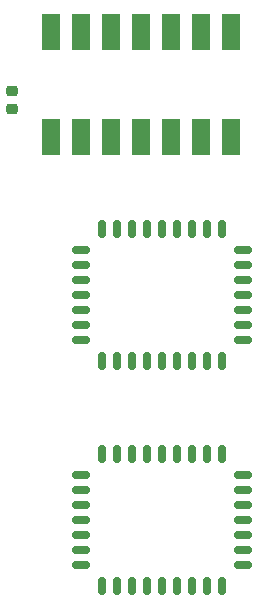
<source format=gtp>
%TF.GenerationSoftware,KiCad,Pcbnew,(6.0.6)*%
%TF.CreationDate,2022-07-04T12:30:35-04:00*%
%TF.ProjectId,HP9825_ROM_Replacement,48503938-3235-45f5-924f-4d5f5265706c,rev?*%
%TF.SameCoordinates,Original*%
%TF.FileFunction,Paste,Top*%
%TF.FilePolarity,Positive*%
%FSLAX46Y46*%
G04 Gerber Fmt 4.6, Leading zero omitted, Abs format (unit mm)*
G04 Created by KiCad (PCBNEW (6.0.6)) date 2022-07-04 12:30:35*
%MOMM*%
%LPD*%
G01*
G04 APERTURE LIST*
G04 Aperture macros list*
%AMRoundRect*
0 Rectangle with rounded corners*
0 $1 Rounding radius*
0 $2 $3 $4 $5 $6 $7 $8 $9 X,Y pos of 4 corners*
0 Add a 4 corners polygon primitive as box body*
4,1,4,$2,$3,$4,$5,$6,$7,$8,$9,$2,$3,0*
0 Add four circle primitives for the rounded corners*
1,1,$1+$1,$2,$3*
1,1,$1+$1,$4,$5*
1,1,$1+$1,$6,$7*
1,1,$1+$1,$8,$9*
0 Add four rect primitives between the rounded corners*
20,1,$1+$1,$2,$3,$4,$5,0*
20,1,$1+$1,$4,$5,$6,$7,0*
20,1,$1+$1,$6,$7,$8,$9,0*
20,1,$1+$1,$8,$9,$2,$3,0*%
G04 Aperture macros list end*
%ADD10RoundRect,0.225000X-0.250000X0.225000X-0.250000X-0.225000X0.250000X-0.225000X0.250000X0.225000X0*%
%ADD11R,1.600000X3.100000*%
%ADD12RoundRect,0.150000X0.587500X-0.150000X0.587500X0.150000X-0.587500X0.150000X-0.587500X-0.150000X0*%
%ADD13RoundRect,0.150000X0.150000X-0.587500X0.150000X0.587500X-0.150000X0.587500X-0.150000X-0.587500X0*%
G04 APERTURE END LIST*
D10*
%TO.C,C1*%
X171450000Y-80251000D03*
X171450000Y-81801000D03*
%TD*%
D11*
%TO.C,U3*%
X174752000Y-84201000D03*
X177292000Y-84201000D03*
X179832000Y-84201000D03*
X182372000Y-84201000D03*
X184912000Y-84201000D03*
X187452000Y-84201000D03*
X189992000Y-84201000D03*
X189992000Y-75311000D03*
X187452000Y-75311000D03*
X184912000Y-75311000D03*
X182372000Y-75311000D03*
X179832000Y-75311000D03*
X177292000Y-75311000D03*
X174752000Y-75311000D03*
%TD*%
D12*
%TO.C,U1*%
X177312500Y-97536000D03*
X177312500Y-98806000D03*
X177312500Y-100076000D03*
X177312500Y-101346000D03*
D13*
X179070000Y-103098500D03*
X180340000Y-103098500D03*
X181610000Y-103098500D03*
X182880000Y-103098500D03*
X184150000Y-103098500D03*
X185420000Y-103098500D03*
X186690000Y-103098500D03*
X187960000Y-103098500D03*
X189230000Y-103098500D03*
D12*
X190987500Y-101346000D03*
X190987500Y-100076000D03*
X190987500Y-98806000D03*
X190987500Y-97536000D03*
X190987500Y-96266000D03*
X190987500Y-94996000D03*
X190987500Y-93726000D03*
D13*
X189230000Y-91973500D03*
X187960000Y-91973500D03*
X186690000Y-91973500D03*
X185420000Y-91973500D03*
X184150000Y-91973500D03*
X182880000Y-91973500D03*
X181610000Y-91973500D03*
X180340000Y-91973500D03*
X179070000Y-91973500D03*
D12*
X177312500Y-93726000D03*
X177312500Y-94996000D03*
X177312500Y-96266000D03*
%TD*%
%TO.C,U2*%
X177312500Y-116606000D03*
X177312500Y-117876000D03*
X177312500Y-119146000D03*
X177312500Y-120416000D03*
D13*
X179070000Y-122168500D03*
X180340000Y-122168500D03*
X181610000Y-122168500D03*
X182880000Y-122168500D03*
X184150000Y-122168500D03*
X185420000Y-122168500D03*
X186690000Y-122168500D03*
X187960000Y-122168500D03*
X189230000Y-122168500D03*
D12*
X190987500Y-120416000D03*
X190987500Y-119146000D03*
X190987500Y-117876000D03*
X190987500Y-116606000D03*
X190987500Y-115336000D03*
X190987500Y-114066000D03*
X190987500Y-112796000D03*
D13*
X189230000Y-111043500D03*
X187960000Y-111043500D03*
X186690000Y-111043500D03*
X185420000Y-111043500D03*
X184150000Y-111043500D03*
X182880000Y-111043500D03*
X181610000Y-111043500D03*
X180340000Y-111043500D03*
X179070000Y-111043500D03*
D12*
X177312500Y-112796000D03*
X177312500Y-114066000D03*
X177312500Y-115336000D03*
%TD*%
M02*

</source>
